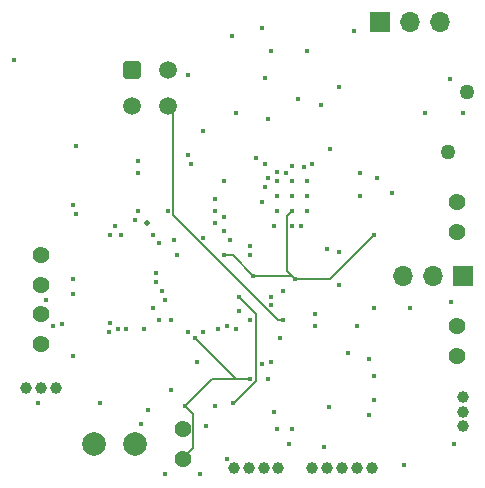
<source format=gbr>
%TF.GenerationSoftware,KiCad,Pcbnew,(6.0.7)*%
%TF.CreationDate,2022-09-21T18:10:42+02:00*%
%TF.ProjectId,CANpaca-EB-schematics,43414e70-6163-4612-9d45-422d73636865,rev?*%
%TF.SameCoordinates,Original*%
%TF.FileFunction,Copper,L2,Inr*%
%TF.FilePolarity,Positive*%
%FSLAX46Y46*%
G04 Gerber Fmt 4.6, Leading zero omitted, Abs format (unit mm)*
G04 Created by KiCad (PCBNEW (6.0.7)) date 2022-09-21 18:10:42*
%MOMM*%
%LPD*%
G01*
G04 APERTURE LIST*
G04 Aperture macros list*
%AMRoundRect*
0 Rectangle with rounded corners*
0 $1 Rounding radius*
0 $2 $3 $4 $5 $6 $7 $8 $9 X,Y pos of 4 corners*
0 Add a 4 corners polygon primitive as box body*
4,1,4,$2,$3,$4,$5,$6,$7,$8,$9,$2,$3,0*
0 Add four circle primitives for the rounded corners*
1,1,$1+$1,$2,$3*
1,1,$1+$1,$4,$5*
1,1,$1+$1,$6,$7*
1,1,$1+$1,$8,$9*
0 Add four rect primitives between the rounded corners*
20,1,$1+$1,$2,$3,$4,$5,0*
20,1,$1+$1,$4,$5,$6,$7,0*
20,1,$1+$1,$6,$7,$8,$9,0*
20,1,$1+$1,$8,$9,$2,$3,0*%
G04 Aperture macros list end*
%TA.AperFunction,ComponentPad*%
%ADD10C,1.425000*%
%TD*%
%TA.AperFunction,ComponentPad*%
%ADD11R,1.700000X1.700000*%
%TD*%
%TA.AperFunction,ComponentPad*%
%ADD12O,1.700000X1.700000*%
%TD*%
%TA.AperFunction,ComponentPad*%
%ADD13C,1.000000*%
%TD*%
%TA.AperFunction,ComponentPad*%
%ADD14C,1.270000*%
%TD*%
%TA.AperFunction,ComponentPad*%
%ADD15RoundRect,0.250001X-0.499999X-0.499999X0.499999X-0.499999X0.499999X0.499999X-0.499999X0.499999X0*%
%TD*%
%TA.AperFunction,ComponentPad*%
%ADD16C,1.500000*%
%TD*%
%TA.AperFunction,ComponentPad*%
%ADD17C,2.000000*%
%TD*%
%TA.AperFunction,ViaPad*%
%ADD18C,0.450000*%
%TD*%
%TA.AperFunction,ViaPad*%
%ADD19C,0.508000*%
%TD*%
%TA.AperFunction,Conductor*%
%ADD20C,0.127000*%
%TD*%
%TA.AperFunction,Conductor*%
%ADD21C,0.152400*%
%TD*%
G04 APERTURE END LIST*
D10*
%TO.N,GND*%
%TO.C,J17*%
X90000000Y-73500000D03*
%TO.N,Net-(J17-Pad2)*%
X90000000Y-71000000D03*
%TD*%
D11*
%TO.N,USB_5V*%
%TO.C,J11*%
X106725000Y-36500000D03*
D12*
%TO.N,5V*%
X109265000Y-36500000D03*
%TO.N,DC_5V*%
X111805000Y-36500000D03*
%TD*%
D13*
%TO.N,FORCE_P*%
%TO.C,J12*%
X98125000Y-74250000D03*
%TO.N,RTDIN_P*%
X96875000Y-74250000D03*
%TO.N,RTDIN_N*%
X95625000Y-74250000D03*
%TO.N,FORCE_N*%
X94375000Y-74250000D03*
%TD*%
%TO.N,3V3*%
%TO.C,J16*%
X113750000Y-68250000D03*
%TO.N,GND*%
X113750000Y-69500000D03*
%TO.N,RUNOUT*%
X113750000Y-70750000D03*
%TD*%
%TO.N,GND*%
%TO.C,J14*%
X106000000Y-74250000D03*
%TO.N,5V*%
X104750000Y-74250000D03*
%TO.N,SERVO*%
X103500000Y-74250000D03*
%TO.N,GND*%
X102250000Y-74250000D03*
%TO.N,PROBE*%
X101000000Y-74250000D03*
%TD*%
D11*
%TO.N,DC_IN*%
%TO.C,J4*%
X113775000Y-58000000D03*
D12*
%TO.N,Net-(C15-Pad2)*%
X111235000Y-58000000D03*
%TO.N,5V*%
X108695000Y-58000000D03*
%TD*%
D10*
%TO.N,MOTOR_A2*%
%TO.C,J8*%
X78000000Y-56250000D03*
%TO.N,MOTOR_A1*%
X78000000Y-58750000D03*
%TO.N,Net-(J8-Pad3)*%
X78000000Y-61250000D03*
%TO.N,Net-(J8-Pad4)*%
X78000000Y-63750000D03*
%TD*%
D14*
%TO.N,VBUS*%
%TO.C,F1*%
X112450000Y-47500000D03*
%TO.N,Net-(C20-Pad2)*%
X114050000Y-42400000D03*
%TD*%
D13*
%TO.N,5V*%
%TO.C,J13*%
X79250000Y-67500000D03*
%TO.N,GND*%
X78000000Y-67500000D03*
%TO.N,RGB*%
X76750000Y-67500000D03*
%TD*%
D15*
%TO.N,DC_IN*%
%TO.C,J7*%
X85750000Y-40585000D03*
D16*
%TO.N,GND*%
X88750000Y-40585000D03*
%TO.N,CAN_P*%
X85750000Y-43585000D03*
%TO.N,CAN_N*%
X88750000Y-43585000D03*
%TD*%
D10*
%TO.N,Net-(C15-Pad2)*%
%TO.C,J2*%
X113250000Y-62250000D03*
%TO.N,Net-(D1-Pad2)*%
X113250000Y-64750000D03*
%TD*%
D17*
%TO.N,Net-(J6-Pad1)*%
%TO.C,J6*%
X82500000Y-72250000D03*
%TO.N,DC_IN*%
X86000000Y-72250000D03*
%TD*%
D10*
%TO.N,Net-(C15-Pad2)*%
%TO.C,J5*%
X113250000Y-51750000D03*
%TO.N,Net-(D3-Pad2)*%
X113250000Y-54250000D03*
%TD*%
D18*
%TO.N,MOSI*%
X96750000Y-51750000D03*
%TO.N,STEP_E*%
X93518450Y-54206550D03*
%TO.N,SCK*%
X94000000Y-55000000D03*
%TO.N,GND*%
X97250000Y-66750000D03*
X99250000Y-50000000D03*
X75750000Y-39750000D03*
X101250000Y-61250000D03*
X86250000Y-49250000D03*
X105750000Y-65000000D03*
X94229836Y-37729836D03*
X92000000Y-70750000D03*
X89000000Y-61750000D03*
X100500000Y-50000000D03*
X90250000Y-69000000D03*
X99250000Y-52500000D03*
X90750000Y-48500000D03*
X87500000Y-54500000D03*
X98250000Y-63250000D03*
X83750000Y-62750000D03*
X88500000Y-74750000D03*
X103250000Y-42000000D03*
X96750000Y-37000000D03*
X96000000Y-58000000D03*
X97000000Y-41250000D03*
X98000000Y-52500000D03*
X92750000Y-52500000D03*
X98000000Y-51250000D03*
X113750000Y-44250000D03*
X86750000Y-62500000D03*
X93500000Y-56250000D03*
X98000000Y-50000000D03*
X86000000Y-53250000D03*
X91034016Y-63279956D03*
X99250000Y-51250000D03*
X80750000Y-58250000D03*
X112685815Y-41334185D03*
X101750000Y-43500000D03*
X99750000Y-43000000D03*
X113000000Y-72250000D03*
X104500000Y-37250000D03*
X100500000Y-52500000D03*
X112750000Y-60250000D03*
X104000000Y-64500000D03*
X97250000Y-44750000D03*
X109250000Y-60750000D03*
X108750000Y-74000000D03*
X86250000Y-52500000D03*
X106250000Y-54500000D03*
X100500000Y-51250000D03*
X99500000Y-58250000D03*
X90500000Y-41000000D03*
X95750000Y-66750000D03*
X106500000Y-49750000D03*
X103250000Y-58750000D03*
X81000000Y-47000000D03*
D19*
%TO.N,5V*%
X87000000Y-53500000D03*
D18*
%TO.N,Net-(C2-Pad2)*%
X90500000Y-47750000D03*
%TO.N,CAN_P*%
X86250000Y-48250000D03*
X104750000Y-62250000D03*
%TO.N,CAN_N*%
X98500000Y-61750000D03*
%TO.N,DC_IN*%
X80750000Y-64750000D03*
%TO.N,Net-(C7-Pad1)*%
X79000000Y-62250000D03*
%TO.N,Net-(C7-Pad2)*%
X79754947Y-62090207D03*
%TO.N,3V3*%
X93500000Y-53000000D03*
X98500000Y-59250000D03*
X97000000Y-50500000D03*
X91500000Y-74750000D03*
X93750000Y-62250000D03*
X100250000Y-48750000D03*
X99250000Y-53750000D03*
X110500000Y-44250000D03*
X102000000Y-72500000D03*
X86500000Y-70500000D03*
X88750000Y-52500000D03*
X92750000Y-69000000D03*
X91750000Y-54750000D03*
X91750000Y-45750000D03*
%TO.N,Net-(C10-Pad2)*%
X80750000Y-59500000D03*
%TO.N,Net-(C11-Pad2)*%
X78475152Y-60067267D03*
%TO.N,Net-(C16-Pad1)*%
X84500000Y-62500000D03*
%TO.N,Net-(C17-Pad1)*%
X84250000Y-53800000D03*
%TO.N,1V1*%
X101000000Y-48500000D03*
X100000000Y-53750000D03*
X99279679Y-48730893D03*
%TO.N,Net-(C46-Pad2)*%
X89250000Y-55000000D03*
%TO.N,RTDIN_P*%
X102388200Y-69111800D03*
X90500000Y-62750000D03*
%TO.N,RTDIN_N*%
X91750000Y-62750000D03*
X97750000Y-69524500D03*
X106250000Y-68500000D03*
X99250000Y-71000000D03*
X105750000Y-69750000D03*
%TO.N,RUN*%
X106250000Y-60750000D03*
%TO.N,TH_0*%
X98000000Y-71000000D03*
X105000000Y-49250000D03*
%TO.N,MOTOR_A2*%
X83899450Y-61991889D03*
%TO.N,MOTOR_A1*%
X85250000Y-62500000D03*
%TO.N,Net-(J8-Pad3)*%
X84750000Y-54500000D03*
%TO.N,Net-(J8-Pad4)*%
X83824500Y-54500000D03*
%TO.N,Net-(J9-PadB5)*%
X97500000Y-39000000D03*
%TO.N,Net-(J9-PadA5)*%
X100500000Y-39000000D03*
%TO.N,FORCE_P*%
X93750000Y-73500000D03*
%TO.N,RGB*%
X77750000Y-68750000D03*
X103250000Y-56000000D03*
%TO.N,SERVO*%
X95750000Y-56250000D03*
X97500000Y-60500000D03*
%TO.N,PROBE*%
X95750000Y-55500000D03*
X95750000Y-61750000D03*
%TO.N,AVDD*%
X102500000Y-47250000D03*
%TO.N,Net-(Q3-Pad4)*%
X83000000Y-68750000D03*
%TO.N,FAN_0*%
X105000000Y-51250000D03*
%TO.N,FAN_1*%
X107750000Y-51000000D03*
%TO.N,HOT_0*%
X97750000Y-53750000D03*
%TO.N,Net-(R10-Pad2)*%
X89034157Y-67697062D03*
X87110940Y-69333590D03*
%TO.N,QSPI_SS*%
X96250000Y-48000000D03*
%TO.N,SCK*%
X94250000Y-68750000D03*
X94750000Y-59750000D03*
X88000000Y-61750000D03*
%TO.N,MOSI*%
X88500000Y-60000000D03*
X93000000Y-62500000D03*
X94750000Y-61000000D03*
%TO.N,Net-(R26-Pad2)*%
X89500000Y-56250000D03*
X97500000Y-65250000D03*
%TO.N,MOSI_2*%
X91250000Y-65250000D03*
%TO.N,CS_ADXL*%
X102250000Y-55750000D03*
X96750000Y-65500000D03*
X94500000Y-62500000D03*
%TO.N,ISENSOR*%
X88250000Y-59250000D03*
X106250000Y-66500000D03*
%TO.N,CS_E*%
X87500000Y-60750000D03*
X92750000Y-53500000D03*
%TO.N,STEP_E*%
X87750000Y-58500000D03*
%TO.N,DIR_E*%
X87750000Y-57750000D03*
X88000000Y-55250000D03*
%TO.N,DIAG1_E*%
X92750000Y-51500000D03*
X81000000Y-52750000D03*
%TO.N,EN_E*%
X80750000Y-52000000D03*
X93500000Y-50000000D03*
%TO.N,QSPI_SD1*%
X97000000Y-48500000D03*
%TO.N,QSPI_SD2*%
X97250000Y-49750000D03*
%TO.N,QSPI_SD0*%
X98000000Y-49220003D03*
%TO.N,QSPI_SCLK*%
X98750000Y-49250000D03*
%TO.N,QSPI_SD3*%
X94500000Y-44250000D03*
%TO.N,CAN_OUT*%
X101250000Y-62250000D03*
%TO.N,BOOT_IN*%
X97500000Y-59750000D03*
%TO.N,THO_IN*%
X99000000Y-72250000D03*
%TD*%
D20*
%TO.N,GND*%
X99250000Y-52500000D02*
X98812500Y-52937500D01*
X90250000Y-69000000D02*
X92500000Y-66750000D01*
X94250000Y-56250000D02*
X96000000Y-58000000D01*
X98812500Y-52937500D02*
X98812500Y-57562500D01*
X106250000Y-54500000D02*
X102500000Y-58250000D01*
X95750000Y-66750000D02*
X94504060Y-66750000D01*
X99250000Y-58000000D02*
X99500000Y-58250000D01*
X98812500Y-57562500D02*
X99500000Y-58250000D01*
X92500000Y-66750000D02*
X95750000Y-66750000D01*
X93500000Y-56250000D02*
X94250000Y-56250000D01*
X96000000Y-58000000D02*
X99250000Y-58000000D01*
X90903000Y-69653000D02*
X90903000Y-72597000D01*
X102500000Y-58250000D02*
X99500000Y-58250000D01*
X90250000Y-69000000D02*
X90903000Y-69653000D01*
X94504060Y-66750000D02*
X91034016Y-63279956D01*
X90903000Y-72597000D02*
X90000000Y-73500000D01*
D21*
%TO.N,CAN_N*%
X98113321Y-61750000D02*
X89200200Y-52836879D01*
X98500000Y-61750000D02*
X98113321Y-61750000D01*
X89200200Y-44035200D02*
X88750000Y-43585000D01*
X89200200Y-52836879D02*
X89200200Y-44035200D01*
D20*
%TO.N,SCK*%
X96250000Y-66868719D02*
X96250000Y-61250000D01*
X94368719Y-68750000D02*
X96250000Y-66868719D01*
X96250000Y-61250000D02*
X94750000Y-59750000D01*
X94250000Y-68750000D02*
X94368719Y-68750000D01*
%TD*%
M02*

</source>
